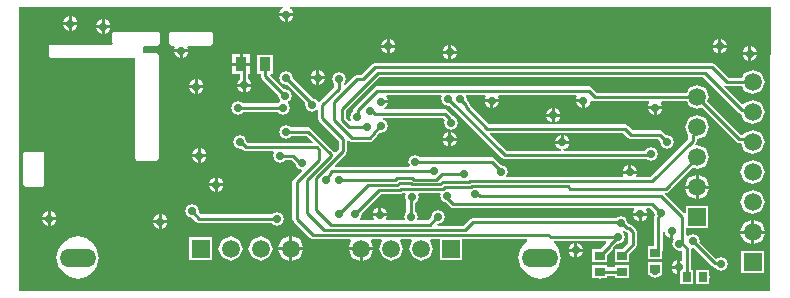
<source format=gbr>
G04*
G04 #@! TF.GenerationSoftware,Altium Limited,Altium Designer,22.4.2 (48)*
G04*
G04 Layer_Physical_Order=2*
G04 Layer_Color=16711680*
%FSLAX25Y25*%
%MOIN*%
G70*
G04*
G04 #@! TF.SameCoordinates,35B363B0-4A87-487E-8715-F30847FC6155*
G04*
G04*
G04 #@! TF.FilePolarity,Positive*
G04*
G01*
G75*
%ADD16R,0.03765X0.04749*%
%ADD24R,0.03197X0.02593*%
%ADD28R,0.02593X0.03197*%
%ADD47C,0.01000*%
%ADD48R,0.05906X0.05906*%
%ADD49C,0.05906*%
%ADD50O,0.12205X0.06000*%
%ADD51R,0.05906X0.05906*%
%ADD52C,0.02756*%
G36*
X459607Y382849D02*
X459360Y382253D01*
Y303893D01*
X208893D01*
Y398606D01*
X296793D01*
X296893Y398107D01*
X296165Y397805D01*
X295618Y396485D01*
X300352D01*
X299805Y397805D01*
X299077Y398107D01*
X299177Y398606D01*
X459607D01*
Y382849D01*
D02*
G37*
%LPC*%
G36*
X300352Y395485D02*
X298485D01*
Y393618D01*
X299805Y394165D01*
X300352Y395485D01*
D02*
G37*
G36*
X297485D02*
X295618D01*
X296165Y394165D01*
X297485Y393618D01*
Y395485D01*
D02*
G37*
G36*
X226500Y395367D02*
Y393500D01*
X228367D01*
X227820Y394820D01*
X226500Y395367D01*
D02*
G37*
G36*
X225500D02*
X224180Y394820D01*
X223633Y393500D01*
X225500D01*
Y395367D01*
D02*
G37*
G36*
X237500Y394367D02*
Y392500D01*
X239367D01*
X238820Y393820D01*
X237500Y394367D01*
D02*
G37*
G36*
X236500D02*
X235180Y393820D01*
X234633Y392500D01*
X236500D01*
Y394367D01*
D02*
G37*
G36*
X228367Y392500D02*
X226500D01*
Y390633D01*
X227820Y391180D01*
X228367Y392500D01*
D02*
G37*
G36*
X225500D02*
X223633D01*
X224180Y391180D01*
X225500Y390633D01*
Y392500D01*
D02*
G37*
G36*
X239367Y391500D02*
X237500D01*
Y389633D01*
X238820Y390180D01*
X239367Y391500D01*
D02*
G37*
G36*
X236500D02*
X234633D01*
X235180Y390180D01*
X236500Y389633D01*
Y391500D01*
D02*
G37*
G36*
X443000Y387867D02*
Y386000D01*
X444867D01*
X444320Y387320D01*
X443000Y387867D01*
D02*
G37*
G36*
X442000D02*
X440680Y387320D01*
X440133Y386000D01*
X442000D01*
Y387867D01*
D02*
G37*
G36*
X332500D02*
Y386000D01*
X334367D01*
X333820Y387320D01*
X332500Y387867D01*
D02*
G37*
G36*
X331500D02*
X330180Y387320D01*
X329633Y386000D01*
X331500D01*
Y387867D01*
D02*
G37*
G36*
X272626Y390297D02*
X259831D01*
X259228Y390048D01*
X258978Y389445D01*
Y386492D01*
X259228Y385889D01*
X259831Y385640D01*
X260655D01*
X260933Y385224D01*
X260633Y384500D01*
X265367D01*
X265067Y385224D01*
X265345Y385640D01*
X272626D01*
X273229Y385889D01*
X273478Y386492D01*
Y389445D01*
X273229Y390048D01*
X272626Y390297D01*
D02*
G37*
G36*
X353000Y385867D02*
Y384000D01*
X354867D01*
X354320Y385320D01*
X353000Y385867D01*
D02*
G37*
G36*
X352000D02*
X350680Y385320D01*
X350133Y384000D01*
X352000D01*
Y385867D01*
D02*
G37*
G36*
X453000Y385367D02*
Y383500D01*
X454867D01*
X454320Y384820D01*
X453000Y385367D01*
D02*
G37*
G36*
X452000D02*
X450680Y384820D01*
X450133Y383500D01*
X452000D01*
Y385367D01*
D02*
G37*
G36*
X444867Y385000D02*
X443000D01*
Y383133D01*
X444320Y383680D01*
X444867Y385000D01*
D02*
G37*
G36*
X442000D02*
X440133D01*
X440680Y383680D01*
X442000Y383133D01*
Y385000D01*
D02*
G37*
G36*
X334367D02*
X332500D01*
Y383133D01*
X333820Y383680D01*
X334367Y385000D01*
D02*
G37*
G36*
X331500D02*
X329633D01*
X330180Y383680D01*
X331500Y383133D01*
Y385000D01*
D02*
G37*
G36*
X265367Y383500D02*
X263500D01*
Y381633D01*
X264820Y382180D01*
X265367Y383500D01*
D02*
G37*
G36*
X262500D02*
X260633D01*
X261180Y382180D01*
X262500Y381633D01*
Y383500D01*
D02*
G37*
G36*
X354867Y383000D02*
X353000D01*
Y381133D01*
X354320Y381680D01*
X354867Y383000D01*
D02*
G37*
G36*
X352000D02*
X350133D01*
X350680Y381680D01*
X352000Y381133D01*
Y383000D01*
D02*
G37*
G36*
X454867Y382500D02*
X453000D01*
Y380633D01*
X454320Y381180D01*
X454867Y382500D01*
D02*
G37*
G36*
X452000D02*
X450133D01*
X450680Y381180D01*
X452000Y380633D01*
Y382500D01*
D02*
G37*
G36*
X285847Y382874D02*
X283465D01*
Y380000D01*
X285847D01*
Y382874D01*
D02*
G37*
G36*
X282465D02*
X280082D01*
Y380000D01*
X282465D01*
Y382874D01*
D02*
G37*
G36*
X309000Y377367D02*
Y375500D01*
X310867D01*
X310320Y376820D01*
X309000Y377367D01*
D02*
G37*
G36*
X308000D02*
X306680Y376820D01*
X306133Y375500D01*
X308000D01*
Y377367D01*
D02*
G37*
G36*
X285847Y379000D02*
X282965D01*
X280082D01*
Y376126D01*
X282607D01*
Y374497D01*
X282180Y374320D01*
X281633Y373000D01*
X286367D01*
X285820Y374320D01*
X285394Y374497D01*
Y376126D01*
X285847D01*
Y379000D01*
D02*
G37*
G36*
X440056Y379893D02*
X327500D01*
X326515Y379485D01*
X322923Y375893D01*
X321500D01*
X320515Y375485D01*
X317716Y372686D01*
X317159Y372837D01*
X317157Y372843D01*
X317844Y374500D01*
X317157Y376157D01*
X315500Y376844D01*
X313843Y376157D01*
X313156Y374500D01*
X313843Y372843D01*
X314106Y372733D01*
Y371808D01*
X309067Y366768D01*
X308531Y366755D01*
X308157Y367657D01*
X306717Y368254D01*
X300235Y374736D01*
X300344Y375000D01*
X299657Y376657D01*
X298000Y377344D01*
X296343Y376657D01*
X295656Y375000D01*
X296343Y373343D01*
X298000Y372656D01*
X298264Y372765D01*
X304412Y366617D01*
X304156Y366000D01*
X304843Y364343D01*
X306500Y363656D01*
X308106Y364322D01*
X308607Y364139D01*
Y361500D01*
X309015Y360515D01*
X315606Y353923D01*
Y351077D01*
X314504Y349974D01*
X314013Y350072D01*
X313779Y350636D01*
X306430Y357985D01*
X305445Y358394D01*
X299767D01*
X299657Y358657D01*
X298000Y359344D01*
X296343Y358657D01*
X295656Y357000D01*
X296343Y355343D01*
X298000Y354656D01*
X299657Y355343D01*
X299767Y355607D01*
X304867D01*
X306869Y353605D01*
X306677Y353143D01*
X285302D01*
X284772Y353674D01*
X284157Y355157D01*
X282500Y355844D01*
X280843Y355157D01*
X280156Y353500D01*
X280843Y351843D01*
X282500Y351156D01*
X283100Y351405D01*
X283740Y350764D01*
X284725Y350356D01*
X293768D01*
X294046Y349941D01*
X293656Y349000D01*
X294343Y347343D01*
X296000Y346656D01*
X297657Y347343D01*
X297767Y347606D01*
X299853D01*
X300792Y346668D01*
X300791Y346665D01*
X301477Y345008D01*
X303135Y344322D01*
X303399Y343925D01*
X300515Y341041D01*
X300107Y340055D01*
Y328000D01*
X300515Y327015D01*
X306089Y321440D01*
X307075Y321032D01*
X319436D01*
X319770Y320532D01*
X318929Y318500D01*
X323000D01*
X327071D01*
X326230Y320532D01*
X326564Y321032D01*
X329666D01*
X330000Y320532D01*
X328952Y318000D01*
X330137Y315137D01*
X333000Y313952D01*
X335863Y315137D01*
X337048Y318000D01*
X336000Y320532D01*
X336334Y321032D01*
X339666D01*
X340000Y320532D01*
X338952Y318000D01*
X340137Y315137D01*
X343000Y313952D01*
X345863Y315137D01*
X347048Y318000D01*
X346000Y320532D01*
X346334Y321032D01*
X349260D01*
Y314260D01*
X356740D01*
Y321032D01*
X378265D01*
X378410Y320553D01*
X377533Y319967D01*
X376010Y317688D01*
X375639Y315822D01*
X375298Y315000D01*
X375639Y314178D01*
X376010Y312312D01*
X377533Y310033D01*
X379812Y308510D01*
X382500Y307975D01*
X385188Y308510D01*
X387467Y310033D01*
X388990Y312312D01*
X389361Y314178D01*
X389702Y315000D01*
X389361Y315822D01*
X388990Y317688D01*
X387467Y319967D01*
X387227Y320128D01*
X387372Y320606D01*
X404483D01*
X404759Y320107D01*
X404493Y319464D01*
X402778Y317748D01*
X400114D01*
Y313580D01*
X404886D01*
Y315915D01*
X406817Y317847D01*
X407171Y318700D01*
X408236Y319765D01*
X408500Y319656D01*
X410157Y320343D01*
X410844Y322000D01*
X410157Y323657D01*
X410354Y324114D01*
X410380Y324125D01*
X410740Y323764D01*
X411489Y323454D01*
X412107Y322837D01*
Y319741D01*
X410113Y317748D01*
X407614D01*
Y313580D01*
X412386D01*
Y316080D01*
X414485Y318179D01*
X414893Y319164D01*
Y323414D01*
X414485Y324399D01*
X413150Y325735D01*
X412400Y326046D01*
X411772Y326674D01*
X411157Y328157D01*
X409500Y328844D01*
X407900Y328181D01*
X360238D01*
X359253Y327773D01*
X357086Y325606D01*
X348611D01*
X348404Y326106D01*
X348468Y326170D01*
X348500Y326156D01*
X350157Y326843D01*
X350844Y328500D01*
X350157Y330157D01*
X348500Y330844D01*
X346843Y330157D01*
X346156Y328500D01*
X346245Y328286D01*
X345353Y327394D01*
X341767D01*
X341489Y327809D01*
X341844Y328665D01*
X341157Y330323D01*
X340894Y330432D01*
Y333300D01*
X341657Y333616D01*
X342344Y335274D01*
X341989Y336130D01*
X342267Y336546D01*
X349188D01*
X349466Y336130D01*
X349156Y335382D01*
X349843Y333725D01*
X351485Y333045D01*
X352515Y332015D01*
X353500Y331607D01*
X413813D01*
X414092Y331106D01*
X413633Y330000D01*
X418367D01*
X417908Y331106D01*
X418187Y331607D01*
X419423D01*
X420765Y330264D01*
X420656Y330000D01*
X420966Y329253D01*
X420705Y328624D01*
Y318748D01*
X418614D01*
Y314580D01*
X423386D01*
Y317205D01*
X423492Y317461D01*
Y323253D01*
X423512Y323745D01*
X423512D01*
Y323745D01*
X423992Y323841D01*
X424050Y323701D01*
X424680Y322180D01*
X426000Y321633D01*
Y324000D01*
X427000D01*
Y321368D01*
X427184Y321168D01*
X426569Y319682D01*
X427255Y318025D01*
X428912Y317338D01*
X429617Y317630D01*
X430106Y317291D01*
Y314274D01*
X429691Y313996D01*
X429335Y314143D01*
Y311777D01*
Y309048D01*
X429416Y308994D01*
Y306114D01*
X433584D01*
Y310886D01*
X432894D01*
Y317866D01*
X433384Y318204D01*
X433500Y318156D01*
X433764Y318266D01*
X439980Y312050D01*
X440965Y311642D01*
X441219D01*
X441343Y311343D01*
X443000Y310656D01*
X444657Y311343D01*
X445344Y313000D01*
X444657Y314657D01*
X443000Y315344D01*
X441343Y314657D01*
X441318Y314652D01*
X435735Y320236D01*
X435844Y320500D01*
X435157Y322157D01*
X433500Y322844D01*
X431893Y322178D01*
X431393Y322361D01*
Y324760D01*
X438740D01*
Y332240D01*
X431260D01*
Y329918D01*
X430760Y329711D01*
X424364Y336106D01*
X424443Y336396D01*
X424550Y336627D01*
X425485Y337015D01*
X433531Y345060D01*
X435000Y344452D01*
X437863Y345637D01*
X439048Y348500D01*
X437863Y351363D01*
X435000Y352548D01*
X434509Y352345D01*
X434231Y352761D01*
X434485Y353015D01*
X434894Y354000D01*
Y354380D01*
X435000Y354452D01*
X437863Y355637D01*
X439048Y358500D01*
X437863Y361363D01*
X435000Y362548D01*
X432137Y361363D01*
X430952Y358500D01*
X432115Y355692D01*
X432106Y355673D01*
Y354577D01*
X419430Y341901D01*
X414861D01*
X414584Y342316D01*
X414867Y343000D01*
X410133D01*
X410416Y342316D01*
X410139Y341901D01*
X371631D01*
X371354Y342316D01*
X371844Y343500D01*
X371157Y345157D01*
X369674Y345772D01*
X368770Y346675D01*
X368735Y346760D01*
X367510Y347985D01*
X366525Y348394D01*
X342767D01*
X342657Y348657D01*
X341000Y349344D01*
X339343Y348657D01*
X338656Y347000D01*
X339141Y345831D01*
X338807Y345331D01*
X314455D01*
X314263Y345793D01*
X317985Y349515D01*
X318393Y350500D01*
Y353929D01*
X318894Y354136D01*
X319015Y354015D01*
X320000Y353607D01*
X326000D01*
X326985Y354015D01*
X328347Y355376D01*
X328700Y356230D01*
X329236Y356766D01*
X329500Y356656D01*
X331157Y357343D01*
X331844Y359000D01*
X331157Y360657D01*
X330073Y361106D01*
X330172Y361607D01*
X350423D01*
X351058Y360971D01*
X350656Y360000D01*
X351343Y358343D01*
X353000Y357656D01*
X354657Y358343D01*
X355344Y360000D01*
X354657Y361657D01*
X353773Y362024D01*
X353649Y362321D01*
X351985Y363985D01*
X351000Y364393D01*
X330728D01*
X330628Y364894D01*
X331320Y365180D01*
X331867Y366500D01*
X329500D01*
Y367500D01*
X331867D01*
X331340Y368772D01*
X331521Y369272D01*
X349733D01*
X350011Y368856D01*
X349656Y368000D01*
X350343Y366343D01*
X352000Y365656D01*
X352264Y365766D01*
X369826Y348203D01*
X370811Y347795D01*
X417957D01*
X419500Y347156D01*
X421157Y347843D01*
X421844Y349500D01*
X421157Y351157D01*
X419500Y351844D01*
X417843Y351157D01*
X417605Y350582D01*
X390477D01*
X390377Y351082D01*
X391820Y351680D01*
X392367Y353000D01*
X387633D01*
X388180Y351680D01*
X389623Y351082D01*
X389523Y350582D01*
X371388D01*
X365826Y356145D01*
X366017Y356607D01*
X410423D01*
X412015Y355015D01*
X413000Y354607D01*
X421923D01*
X422765Y353764D01*
X422656Y353500D01*
X423343Y351843D01*
X425000Y351156D01*
X426657Y351843D01*
X427344Y353500D01*
X426657Y355157D01*
X425000Y355844D01*
X424736Y355734D01*
X423485Y356985D01*
X422500Y357394D01*
X413577D01*
X411985Y358985D01*
X411000Y359394D01*
X365577D01*
X359286Y365684D01*
Y365814D01*
X358878Y366799D01*
X358105Y367572D01*
X358233Y367880D01*
X357829Y368856D01*
X358106Y369272D01*
X364187D01*
X364522Y368772D01*
X364133Y367835D01*
X368867D01*
X368478Y368772D01*
X368813Y369272D01*
X394687D01*
X395022Y368772D01*
X394633Y367835D01*
X397000D01*
Y367335D01*
X397500D01*
Y364968D01*
X398820Y365515D01*
X399549Y367274D01*
X399849Y367429D01*
X400036Y367506D01*
X401000Y367107D01*
X418813D01*
X419092Y366606D01*
X418633Y365500D01*
X423367D01*
X422908Y366606D01*
X423187Y367107D01*
X431529D01*
X432137Y365637D01*
X435000Y364452D01*
X436469Y365060D01*
X448076Y353453D01*
X449061Y353045D01*
X449640D01*
X450637Y350637D01*
X453500Y349452D01*
X456363Y350637D01*
X457548Y353500D01*
X456363Y356363D01*
X453500Y357548D01*
X450637Y356363D01*
X450418Y355832D01*
X449639D01*
X438440Y367031D01*
X439048Y368500D01*
X437863Y371363D01*
X435000Y372548D01*
X432137Y371363D01*
X431529Y369894D01*
X401577D01*
X399820Y371651D01*
X398835Y372059D01*
X328165D01*
X327180Y371651D01*
X320851Y365321D01*
X320443Y364336D01*
Y363906D01*
X319843Y363657D01*
X319156Y362000D01*
X319637Y360840D01*
X319335Y360261D01*
X319232Y360238D01*
X317894Y361577D01*
Y363923D01*
X329077Y375107D01*
X436923D01*
X448866Y363163D01*
X449741Y362801D01*
X450637Y360637D01*
X453500Y359452D01*
X456363Y360637D01*
X457548Y363500D01*
X456363Y366363D01*
X453500Y367548D01*
X450637Y366363D01*
X450508Y366051D01*
X450018Y365953D01*
X443946Y372025D01*
X444229Y372449D01*
X445056Y372107D01*
X450029D01*
X450637Y370637D01*
X453500Y369452D01*
X456363Y370637D01*
X457548Y373500D01*
X456363Y376363D01*
X453500Y377548D01*
X450637Y376363D01*
X450029Y374893D01*
X445633D01*
X441041Y379485D01*
X440056Y379893D01*
D02*
G37*
G36*
X310867Y374500D02*
X309000D01*
Y372633D01*
X310320Y373180D01*
X310867Y374500D01*
D02*
G37*
G36*
X308000D02*
X306133D01*
X306680Y373180D01*
X308000Y372633D01*
Y374500D01*
D02*
G37*
G36*
X268500Y374367D02*
Y372500D01*
X270367D01*
X269820Y373820D01*
X268500Y374367D01*
D02*
G37*
G36*
X267500D02*
X266180Y373820D01*
X265633Y372500D01*
X267500D01*
Y374367D01*
D02*
G37*
G36*
X286367Y372000D02*
X284500D01*
Y370133D01*
X285820Y370680D01*
X286367Y372000D01*
D02*
G37*
G36*
X283500D02*
X281633D01*
X282180Y370680D01*
X283500Y370133D01*
Y372000D01*
D02*
G37*
G36*
X270367Y371500D02*
X268500D01*
Y369633D01*
X269820Y370180D01*
X270367Y371500D01*
D02*
G37*
G36*
X267500D02*
X265633D01*
X266180Y370180D01*
X267500Y369633D01*
Y371500D01*
D02*
G37*
G36*
X293705Y382662D02*
X288366D01*
Y376338D01*
X289642D01*
Y375465D01*
X290050Y374479D01*
X295266Y369264D01*
X295156Y369000D01*
X295820Y367396D01*
X295843Y367211D01*
Y366864D01*
X295343Y366657D01*
X295233Y366393D01*
X283767D01*
X283657Y366657D01*
X282000Y367344D01*
X280343Y366657D01*
X279656Y365000D01*
X280343Y363343D01*
X282000Y362656D01*
X283657Y363343D01*
X283767Y363607D01*
X295233D01*
X295343Y363343D01*
X297000Y362656D01*
X298657Y363343D01*
X299344Y365000D01*
X298679Y366604D01*
X298657Y366789D01*
Y367136D01*
X299157Y367343D01*
X299844Y369000D01*
X299157Y370657D01*
X297500Y371344D01*
X297236Y371234D01*
X292633Y375838D01*
X292840Y376338D01*
X293705D01*
Y382662D01*
D02*
G37*
G36*
X396500Y366835D02*
X394633D01*
X395180Y365515D01*
X396500Y364968D01*
Y366835D01*
D02*
G37*
G36*
X368867D02*
X367000D01*
Y364968D01*
X368320Y365515D01*
X368867Y366835D01*
D02*
G37*
G36*
X366000D02*
X364133D01*
X364680Y365515D01*
X366000Y364968D01*
Y366835D01*
D02*
G37*
G36*
X387500Y364867D02*
Y363000D01*
X389367D01*
X388820Y364320D01*
X387500Y364867D01*
D02*
G37*
G36*
X386500D02*
X385180Y364320D01*
X384633Y363000D01*
X386500D01*
Y364867D01*
D02*
G37*
G36*
X423367Y364500D02*
X421500D01*
Y362633D01*
X422820Y363180D01*
X423367Y364500D01*
D02*
G37*
G36*
X420500D02*
X418633D01*
X419180Y363180D01*
X420500Y362633D01*
Y364500D01*
D02*
G37*
G36*
X389367Y362000D02*
X387500D01*
Y360133D01*
X388820Y360680D01*
X389367Y362000D01*
D02*
G37*
G36*
X386500D02*
X384633D01*
X385180Y360680D01*
X386500Y360133D01*
Y362000D01*
D02*
G37*
G36*
X353000Y356867D02*
Y355000D01*
X354867D01*
X354320Y356320D01*
X353000Y356867D01*
D02*
G37*
G36*
X352000D02*
X350680Y356320D01*
X350133Y355000D01*
X352000D01*
Y356867D01*
D02*
G37*
G36*
X390500Y355867D02*
Y354000D01*
X392367D01*
X391820Y355320D01*
X390500Y355867D01*
D02*
G37*
G36*
X389500D02*
X388180Y355320D01*
X387633Y354000D01*
X389500D01*
Y355867D01*
D02*
G37*
G36*
X354867Y354000D02*
X353000D01*
Y352133D01*
X354320Y352680D01*
X354867Y354000D01*
D02*
G37*
G36*
X352000D02*
X350133D01*
X350680Y352680D01*
X352000Y352133D01*
Y354000D01*
D02*
G37*
G36*
X269500Y351367D02*
Y349500D01*
X271367D01*
X270820Y350820D01*
X269500Y351367D01*
D02*
G37*
G36*
X268500D02*
X267180Y350820D01*
X266633Y349500D01*
X268500D01*
Y351367D01*
D02*
G37*
G36*
X255106Y390297D02*
X240933D01*
X240331Y390048D01*
X240081Y389445D01*
Y386492D01*
X240126Y386382D01*
X239849Y385966D01*
X219673D01*
X219071Y385717D01*
X218821Y385114D01*
Y382358D01*
X219071Y381756D01*
X219673Y381506D01*
X247561D01*
Y348106D01*
X247811Y347504D01*
X248413Y347254D01*
X254713D01*
X255315Y347504D01*
X255565Y348106D01*
Y382358D01*
X255315Y382961D01*
X254713Y383211D01*
X250447D01*
Y385114D01*
X250401Y385224D01*
X250679Y385640D01*
X255106D01*
X255709Y385890D01*
X255959Y386492D01*
Y389445D01*
X255709Y390048D01*
X255106Y390297D01*
D02*
G37*
G36*
X271367Y348500D02*
X269500D01*
Y346633D01*
X270820Y347180D01*
X271367Y348500D01*
D02*
G37*
G36*
X268500D02*
X266633D01*
X267180Y347180D01*
X268500Y346633D01*
Y348500D01*
D02*
G37*
G36*
X413000Y345867D02*
Y344000D01*
X414867D01*
X414320Y345320D01*
X413000Y345867D01*
D02*
G37*
G36*
X412000D02*
X410680Y345320D01*
X410133Y344000D01*
X412000D01*
Y345867D01*
D02*
G37*
G36*
X275149Y341599D02*
Y339732D01*
X277016D01*
X276469Y341052D01*
X275149Y341599D01*
D02*
G37*
G36*
X274149D02*
X272830Y341052D01*
X272283Y339732D01*
X274149D01*
Y341599D01*
D02*
G37*
G36*
X453500Y347548D02*
X450637Y346363D01*
X449452Y343500D01*
X450637Y340637D01*
X453500Y339452D01*
X456363Y340637D01*
X457548Y343500D01*
X456363Y346363D01*
X453500Y347548D01*
D02*
G37*
G36*
X435500Y342571D02*
Y339000D01*
X439071D01*
X438025Y341525D01*
X435500Y342571D01*
D02*
G37*
G36*
X434500D02*
X431975Y341525D01*
X430929Y339000D01*
X434500D01*
Y342571D01*
D02*
G37*
G36*
X216524Y350337D02*
X211209D01*
X210606Y350087D01*
X210356Y349484D01*
Y339445D01*
X210606Y338842D01*
X211209Y338593D01*
X216524D01*
X217126Y338842D01*
X217376Y339445D01*
Y349484D01*
X217126Y350087D01*
X216524Y350337D01*
D02*
G37*
G36*
X277016Y338732D02*
X275149D01*
Y336866D01*
X276469Y337412D01*
X277016Y338732D01*
D02*
G37*
G36*
X274149D02*
X272283D01*
X272830Y337412D01*
X274149Y336866D01*
Y338732D01*
D02*
G37*
G36*
X439071Y338000D02*
X435500D01*
Y334429D01*
X438025Y335475D01*
X439071Y338000D01*
D02*
G37*
G36*
X434500D02*
X430929D01*
X431975Y335475D01*
X434500Y334429D01*
Y338000D01*
D02*
G37*
G36*
X453500Y337548D02*
X450637Y336363D01*
X449452Y333500D01*
X450637Y330637D01*
X453500Y329452D01*
X456363Y330637D01*
X457548Y333500D01*
X456363Y336363D01*
X453500Y337548D01*
D02*
G37*
G36*
X219500Y330367D02*
Y328500D01*
X221367D01*
X220820Y329820D01*
X219500Y330367D01*
D02*
G37*
G36*
X218500D02*
X217180Y329820D01*
X216633Y328500D01*
X218500D01*
Y330367D01*
D02*
G37*
G36*
X256500Y329367D02*
Y327500D01*
X258367D01*
X257820Y328820D01*
X256500Y329367D01*
D02*
G37*
G36*
X255500D02*
X254180Y328820D01*
X253633Y327500D01*
X255500D01*
Y329367D01*
D02*
G37*
G36*
X418367Y329000D02*
X416500D01*
Y327133D01*
X417820Y327680D01*
X418367Y329000D01*
D02*
G37*
G36*
X415500D02*
X413633D01*
X414180Y327680D01*
X415500Y327133D01*
Y329000D01*
D02*
G37*
G36*
X266500Y332844D02*
X264843Y332157D01*
X264156Y330500D01*
X264843Y328843D01*
X266500Y328156D01*
X266764Y328266D01*
X268015Y327015D01*
X269000Y326606D01*
X293233D01*
X293343Y326343D01*
X295000Y325656D01*
X296657Y326343D01*
X297344Y328000D01*
X296657Y329657D01*
X295000Y330344D01*
X293343Y329657D01*
X293233Y329394D01*
X269577D01*
X268735Y330236D01*
X268844Y330500D01*
X268157Y332157D01*
X266500Y332844D01*
D02*
G37*
G36*
X221367Y327500D02*
X219500D01*
Y325633D01*
X220820Y326180D01*
X221367Y327500D01*
D02*
G37*
G36*
X218500D02*
X216633D01*
X217180Y326180D01*
X218500Y325633D01*
Y327500D01*
D02*
G37*
G36*
X258367Y326500D02*
X256500D01*
Y324633D01*
X257820Y325180D01*
X258367Y326500D01*
D02*
G37*
G36*
X255500D02*
X253633D01*
X254180Y325180D01*
X255500Y324633D01*
Y326500D01*
D02*
G37*
G36*
X454000Y327571D02*
Y324000D01*
X457571D01*
X456525Y326525D01*
X454000Y327571D01*
D02*
G37*
G36*
X453000D02*
X450475Y326525D01*
X449429Y324000D01*
X453000D01*
Y327571D01*
D02*
G37*
G36*
X457571Y323000D02*
X454000D01*
Y319429D01*
X456525Y320475D01*
X457571Y323000D01*
D02*
G37*
G36*
X453000D02*
X449429D01*
X450475Y320475D01*
X453000Y319429D01*
Y323000D01*
D02*
G37*
G36*
X300000Y322071D02*
Y318500D01*
X303571D01*
X302525Y321025D01*
X300000Y322071D01*
D02*
G37*
G36*
X299000D02*
X296475Y321025D01*
X295429Y318500D01*
X299000D01*
Y322071D01*
D02*
G37*
G36*
X395000Y319867D02*
Y318000D01*
X396867D01*
X396320Y319320D01*
X395000Y319867D01*
D02*
G37*
G36*
X394000D02*
X392680Y319320D01*
X392133Y318000D01*
X394000D01*
Y319867D01*
D02*
G37*
G36*
X396867Y317000D02*
X395000D01*
Y315133D01*
X396320Y315680D01*
X396867Y317000D01*
D02*
G37*
G36*
X394000D02*
X392133D01*
X392680Y315680D01*
X394000Y315133D01*
Y317000D01*
D02*
G37*
G36*
X273240Y321740D02*
X265760D01*
Y314260D01*
X273240D01*
Y321740D01*
D02*
G37*
G36*
X289500Y322048D02*
X286637Y320863D01*
X285452Y318000D01*
X286637Y315137D01*
X289500Y313952D01*
X292363Y315137D01*
X293548Y318000D01*
X292363Y320863D01*
X289500Y322048D01*
D02*
G37*
G36*
X279500D02*
X276637Y320863D01*
X275452Y318000D01*
X276637Y315137D01*
X279500Y313952D01*
X282363Y315137D01*
X283548Y318000D01*
X282363Y320863D01*
X279500Y322048D01*
D02*
G37*
G36*
X327071Y317500D02*
X323500D01*
Y313929D01*
X326025Y314975D01*
X327071Y317500D01*
D02*
G37*
G36*
X303571D02*
X300000D01*
Y313929D01*
X302525Y314975D01*
X303571Y317500D01*
D02*
G37*
G36*
X299000D02*
X295429D01*
X296475Y314975D01*
X299000Y313929D01*
Y317500D01*
D02*
G37*
G36*
X322500D02*
X318929D01*
X319975Y314975D01*
X322500Y313929D01*
Y317500D01*
D02*
G37*
G36*
X428335Y314143D02*
X427015Y313597D01*
X426468Y312277D01*
X428335D01*
Y314143D01*
D02*
G37*
G36*
X457240Y317240D02*
X449760D01*
Y309760D01*
X457240D01*
Y317240D01*
D02*
G37*
G36*
X428335Y311277D02*
X426468D01*
X427015Y309957D01*
X428335Y309410D01*
Y311277D01*
D02*
G37*
G36*
X402500Y312680D02*
X401873Y312420D01*
X400114D01*
Y308252D01*
X401873D01*
X402500Y307992D01*
X403127Y308252D01*
X404886D01*
Y308942D01*
X407614D01*
Y308252D01*
X412386D01*
Y312420D01*
X407614D01*
Y311729D01*
X404886D01*
Y312420D01*
X403127D01*
X402500Y312680D01*
D02*
G37*
G36*
X423386Y313420D02*
X418614D01*
Y309252D01*
X419173D01*
X419343Y308843D01*
X421000Y308156D01*
X422657Y308843D01*
X422827Y309252D01*
X423386D01*
Y313420D01*
D02*
G37*
G36*
X228500Y322025D02*
X225812Y321490D01*
X223533Y319967D01*
X222010Y317688D01*
X221639Y315822D01*
X221298Y315000D01*
X221639Y314178D01*
X222010Y312312D01*
X223533Y310033D01*
X225812Y308510D01*
X228500Y307975D01*
X231188Y308510D01*
X233467Y310033D01*
X234990Y312312D01*
X235361Y314178D01*
X235702Y315000D01*
X235361Y315822D01*
X234990Y317688D01*
X233467Y319967D01*
X231188Y321490D01*
X228500Y322025D01*
D02*
G37*
G36*
X438912Y310886D02*
X434744D01*
Y309127D01*
X434485Y308500D01*
X434744Y307873D01*
Y306114D01*
X438912D01*
Y307873D01*
X439172Y308500D01*
X438912Y309127D01*
Y310886D01*
D02*
G37*
%LPD*%
G36*
X338011Y336130D02*
X337656Y335274D01*
X338106Y334187D01*
Y330432D01*
X337843Y330323D01*
X337156Y328665D01*
X337511Y327809D01*
X337233Y327394D01*
X331596D01*
X331262Y327893D01*
X331617Y328750D01*
X326883D01*
X327238Y327893D01*
X326904Y327394D01*
X322861D01*
X322678Y327893D01*
X323344Y329500D01*
X323235Y329764D01*
X329502Y336032D01*
X335882D01*
X336867Y336440D01*
X336973Y336546D01*
X337733D01*
X338011Y336130D01*
D02*
G37*
%LPC*%
G36*
X329750Y331617D02*
Y329750D01*
X331617D01*
X331070Y331070D01*
X329750Y331617D01*
D02*
G37*
G36*
X328750D02*
X327430Y331070D01*
X326883Y329750D01*
X328750D01*
Y331617D01*
D02*
G37*
%LPD*%
D16*
X282965Y379500D02*
D03*
X291035D02*
D03*
D24*
X421000Y311336D02*
D03*
Y316664D02*
D03*
X410000Y310336D02*
D03*
Y315664D02*
D03*
X402500Y310336D02*
D03*
Y315664D02*
D03*
D28*
X436828Y308500D02*
D03*
X431500D02*
D03*
D47*
X430000Y319682D02*
Y328500D01*
X428912Y319682D02*
X430000D01*
X431500Y318182D01*
Y308500D02*
Y318182D01*
X423000Y329525D02*
Y330000D01*
X422099Y328624D02*
X423000Y329525D01*
X422099Y317461D02*
Y328624D01*
X420000Y333000D02*
X423000Y330000D01*
X353500Y333000D02*
X420000D01*
X421000Y316664D02*
X421302D01*
X422099Y317461D01*
X423000Y335500D02*
X430000Y328500D01*
X405832Y318832D02*
Y319332D01*
X408500Y322000D01*
X403500Y316500D02*
X405832Y318832D01*
X402703Y315664D02*
X403500Y316461D01*
X402500Y315664D02*
X402703D01*
X403500Y316461D02*
Y316500D01*
X409500Y326500D02*
X409975D01*
X411725Y324750D01*
X413500Y319164D02*
Y323414D01*
X411725Y324750D02*
X412164D01*
X413500Y323414D01*
X411099Y316461D02*
Y316763D01*
X410000Y315664D02*
X410302D01*
X411099Y316461D01*
Y316763D02*
X413500Y319164D01*
X402500Y310336D02*
X410000D01*
X282965Y379500D02*
X284000Y378465D01*
Y372500D02*
Y378465D01*
X291035Y375465D02*
Y379500D01*
Y375465D02*
X297500Y369000D01*
X349260Y339439D02*
X350155Y340335D01*
X339751Y339726D02*
X340038Y339439D01*
X339500Y328665D02*
Y334298D01*
X350288Y337939D02*
X350896Y338547D01*
X340000Y334799D02*
Y335274D01*
X339500Y334298D02*
X340000Y334799D01*
X335656Y339726D02*
X339751D01*
X336396Y337939D02*
X350288D01*
X340038Y339439D02*
X349260D01*
X391838Y338720D02*
X392558Y338000D01*
X350896Y338547D02*
X359723D01*
X359896Y338720D01*
X334915Y341514D02*
X340085D01*
X348000Y341000D02*
X350000Y343000D01*
X392558Y338000D02*
X424500D01*
X435000Y348500D01*
X359896Y338720D02*
X391838D01*
X340599Y341000D02*
X348000D01*
X340085Y341514D02*
X340599Y341000D01*
X335882Y337425D02*
X336396Y337939D01*
X328925Y337425D02*
X335882D01*
X266500Y330500D02*
X269000Y328000D01*
X295000D01*
X433500Y354000D02*
Y355673D01*
X359156Y340507D02*
X420007D01*
X433500Y354000D01*
X321500Y362000D02*
X321836Y362336D01*
Y364336D01*
X328165Y370665D01*
X316500Y364500D02*
X328500Y376500D01*
X437500D01*
X449851Y364149D01*
X440056Y378500D02*
X445056Y373500D01*
X323500Y374500D02*
X327500Y378500D01*
X440056D01*
X433500Y355673D02*
X435000Y357173D01*
Y358500D01*
X314000Y361000D02*
X320000Y355000D01*
X314000Y367000D02*
X321500Y374500D01*
X314000Y361000D02*
Y367000D01*
X308000Y341500D02*
X317000Y350500D01*
Y354500D01*
X310000Y361500D02*
X317000Y354500D01*
X310000Y361500D02*
Y365731D01*
X320000Y355000D02*
X326000D01*
X310000Y365731D02*
X315500Y371231D01*
X327464Y363000D02*
X351000D01*
X352664Y361336D01*
X326000Y364000D02*
X326464D01*
X327464Y363000D01*
X422500Y356000D02*
X425000Y353500D01*
X411000Y358000D02*
X413000Y356000D01*
X422500D01*
X369500Y343500D02*
Y343975D01*
X367750Y345725D02*
X369500Y343975D01*
X367750Y345725D02*
Y345775D01*
X366525Y347000D02*
X367750Y345775D01*
X341000Y347000D02*
X366525D01*
X355889Y367818D02*
X357893Y365814D01*
X355889Y367818D02*
Y367880D01*
X365000Y358000D02*
X411000D01*
X398835Y370665D02*
X401000Y368500D01*
X328165Y370665D02*
X398835D01*
X352000Y368000D02*
X370811Y349189D01*
X419189D01*
X357893Y365107D02*
X365000Y358000D01*
X357893Y365107D02*
Y365814D01*
X419189Y349189D02*
X419500Y349500D01*
X351500Y335000D02*
Y335382D01*
X350155Y340335D02*
X358983D01*
X326000Y355000D02*
X327361Y356361D01*
Y356861D02*
X329500Y359000D01*
X327361Y356361D02*
Y356861D01*
X302765Y346665D02*
X303135D01*
X300430Y349000D02*
X302765Y346665D01*
X296000Y349000D02*
X300430D01*
X298000Y357000D02*
X305445D01*
X306213Y342240D02*
X312794Y348822D01*
X315500Y371231D02*
Y374500D01*
X312794Y348822D02*
Y349650D01*
X305445Y357000D02*
X312794Y349650D01*
X305000Y330000D02*
X310787Y324213D01*
X301500Y328000D02*
X307075Y322425D01*
X357663Y324213D02*
X360238Y326787D01*
X385525Y322425D02*
X385951Y322000D01*
X307075Y322425D02*
X385525D01*
X313000Y326000D02*
X345930D01*
X310787Y324213D02*
X357663D01*
X345930Y326000D02*
X348430Y328500D01*
X308000Y331000D02*
X313000Y326000D01*
X385951Y322000D02*
X408500D01*
X409213Y326787D02*
X409500Y326500D01*
X360238Y326787D02*
X409213D01*
X305000Y341000D02*
X306213Y342213D01*
Y342240D01*
X301500Y328000D02*
Y340055D01*
X305000Y330000D02*
Y341000D01*
X301500Y340055D02*
X309000Y347555D01*
Y350914D01*
X311135Y340865D02*
Y341340D01*
X312730Y342936D01*
Y343230D01*
X313437Y343937D01*
X347168D01*
X361336Y335718D02*
X362245D01*
X358983Y340335D02*
X359156Y340507D01*
X362464Y335500D02*
X423000D01*
X321000Y329500D02*
X328925Y337425D01*
X315500Y341000D02*
X334401D01*
X325213Y339213D02*
X335142D01*
X350000Y343000D02*
X357335D01*
X334401Y341000D02*
X334915Y341514D01*
X362245Y335718D02*
X362464Y335500D01*
X361000Y336054D02*
X361336Y335718D01*
X315500Y329500D02*
X325213Y339213D01*
X335142D02*
X335656Y339726D01*
X401000Y368500D02*
X435000D01*
X449851Y364149D02*
X452851D01*
X453500Y363500D01*
X445056Y373500D02*
X453500D01*
X352664Y360336D02*
Y361336D01*
Y360336D02*
X353000Y360000D01*
X348430Y328500D02*
X348500D01*
X321500Y374500D02*
X323500D01*
X308000Y331000D02*
Y341500D01*
X316500Y361000D02*
Y364500D01*
Y361000D02*
X319000Y358500D01*
X325000D01*
X351500Y335000D02*
X353500Y333000D01*
X298000Y375000D02*
X306750Y366250D01*
X284725Y351750D02*
X308164D01*
X309000Y350914D01*
X282500Y353500D02*
X282975D01*
X284725Y351750D01*
X435000Y368500D02*
X449061Y354439D01*
X435000Y368500D02*
X435000Y368500D01*
X282000Y365000D02*
X297000D01*
X433500Y320500D02*
X440965Y313035D01*
X442965D01*
X443000Y313000D01*
X452561Y354439D02*
X453500Y353500D01*
X449061Y354439D02*
X452561D01*
D48*
X353000Y318000D02*
D03*
X269500D02*
D03*
D49*
X343000D02*
D03*
X333000D02*
D03*
X323000D02*
D03*
X279500D02*
D03*
X289500D02*
D03*
X299500D02*
D03*
X453500Y373500D02*
D03*
Y363500D02*
D03*
Y353500D02*
D03*
Y343500D02*
D03*
Y323500D02*
D03*
Y333500D02*
D03*
X435000Y368500D02*
D03*
Y358500D02*
D03*
Y348500D02*
D03*
Y338500D02*
D03*
D50*
X382500Y315000D02*
D03*
X228500D02*
D03*
D51*
X453500Y313500D02*
D03*
X435000Y328500D02*
D03*
D52*
X428912Y319682D02*
D03*
X423000Y330000D02*
D03*
X416000Y329500D02*
D03*
X426500Y324000D02*
D03*
X402500Y310336D02*
D03*
X421000Y310500D02*
D03*
X436828Y308500D02*
D03*
X428835Y311777D02*
D03*
X297500Y369000D02*
D03*
X256000Y327000D02*
D03*
X421000Y365000D02*
D03*
X394500Y317500D02*
D03*
X340000Y335274D02*
D03*
X274650Y339232D02*
D03*
X266500Y330500D02*
D03*
X321500Y362000D02*
D03*
X369500Y343500D02*
D03*
X355889Y367880D02*
D03*
X390000Y353500D02*
D03*
X352000Y368000D02*
D03*
X351500Y335382D02*
D03*
X329500Y359000D02*
D03*
X303135Y346665D02*
D03*
X339500Y328665D02*
D03*
X311135Y340865D02*
D03*
X347168Y343937D02*
D03*
X361000Y336054D02*
D03*
X357335Y343000D02*
D03*
X341000Y347000D02*
D03*
X366500Y367335D02*
D03*
X397000D02*
D03*
X329500Y367000D02*
D03*
X326000Y364000D02*
D03*
X329250Y329250D02*
D03*
X348500Y328500D02*
D03*
X315500Y329500D02*
D03*
X321000D02*
D03*
X308500Y375000D02*
D03*
X315500Y374500D02*
D03*
X387000Y362500D02*
D03*
X315500Y341000D02*
D03*
X412500Y343500D02*
D03*
X298000Y375000D02*
D03*
Y357000D02*
D03*
X282500Y353500D02*
D03*
X325000Y358500D02*
D03*
X306500Y366000D02*
D03*
X352500Y383500D02*
D03*
X332000Y385500D02*
D03*
X297985Y395985D02*
D03*
X409500Y326500D02*
D03*
X408500Y322000D02*
D03*
X352500Y354500D02*
D03*
X442500Y385500D02*
D03*
X452500Y383000D02*
D03*
X284000Y372500D02*
D03*
X268000Y372000D02*
D03*
X353000Y360000D02*
D03*
X263000Y384000D02*
D03*
X237000Y392000D02*
D03*
X226000Y393000D02*
D03*
X219000Y328000D02*
D03*
X297000Y365000D02*
D03*
X419500Y349500D02*
D03*
X425000Y353500D02*
D03*
X269000Y349000D02*
D03*
X295000Y328000D02*
D03*
X443000Y313000D02*
D03*
X433500Y320500D02*
D03*
X296000Y349000D02*
D03*
X282000Y365000D02*
D03*
M02*

</source>
